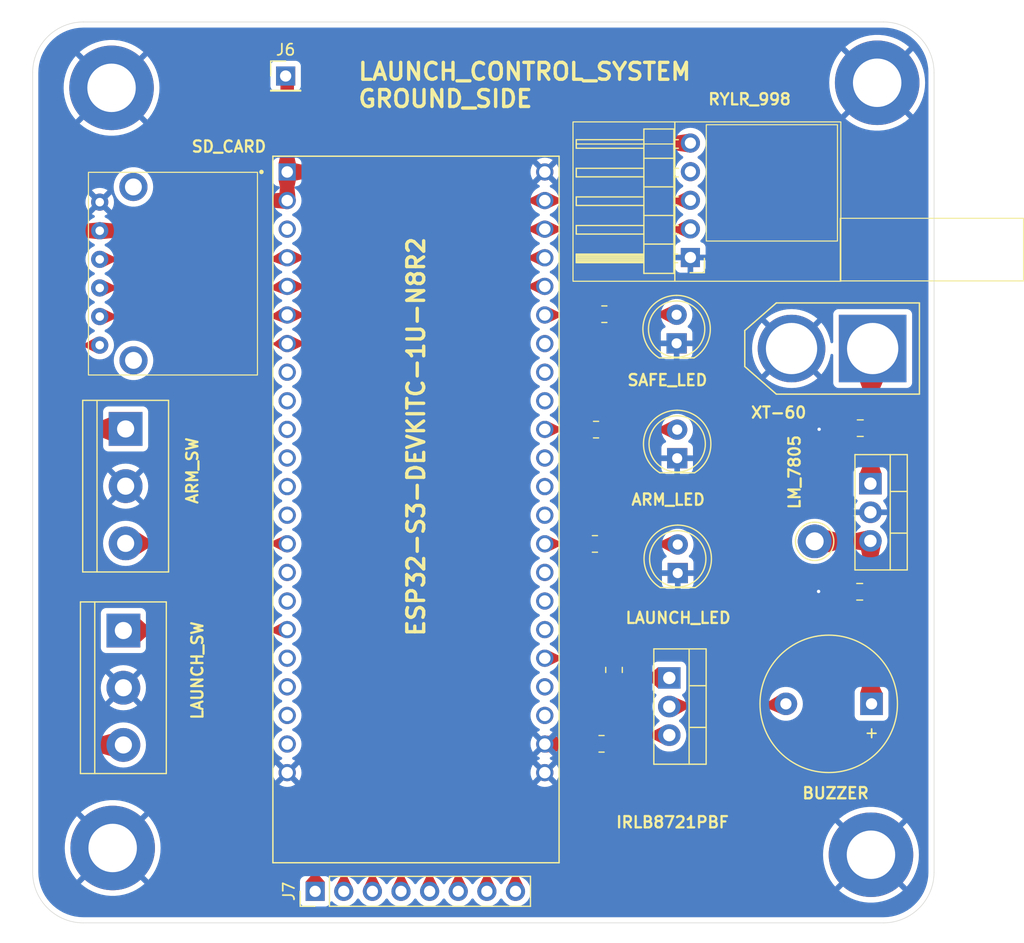
<source format=kicad_pcb>
(kicad_pcb (version 20240108) (generator "pcbnew") (generator_version "8.0")
  (layers (0 "F.Cu" signal) (31 "B.Cu" signal) (34 "B.Paste" user) (35 "F.Paste" user) (36 "B.SilkS" user "B.Silkscreen") (37 "F.SilkS" user "F.Silkscreen") (38 "B.Mask" user) (39 "F.Mask" user) (44 "Edge.Cuts" user))
  (net 0 "")
  (net 1 "Net-(BZ1--)")
  (net 2 "3.3V")
  (net 3 "Buzzer")
  (net 4 "Launch_Switch")
  (net 6 "GND")
  (net 7 "SCK")
  (net 8 "Arm_Switch")
  (net 9 "MISO_SD")
  (net 10 "CS_SD")
  (net 11 "MOSI_SD")
  (net 12 "5V")
  (net 13 "Arm_LED")
  (net 14 "Launch_LED")
  (net 15 "Safe_LED")
  (net 16 "TX")
  (net 17 "RX")
  (net 18 "VI")
  (net 19 "Net-(D1-A)")
  (net 20 "Net-(D2-A)")
  (net 21 "Net-(D3-A)")
  (net 28 "Net-(Q2-G)")
  (net 29 "Net-(Q2-S)")
  (net 44 "A2")
  (net 45 "A1")
  (footprint "TerminalBlock:TerminalBlock_bornier-3_P5.08mm" (layer "F.Cu") (at 112.95 85.29 -90)
    (property "Reference" "J2" (hide yes))
    (property "Value" "Screw_Terminal_01x03" (hide yes))
    (fp_line (start -2.54 3.81) (end 12.7 3.81) (stroke (width 0.12)) (layer "F.SilkS"))
    (fp_line (start -2.54 3.81) (end -2.54 -3.81) (stroke (width 0.12)) (layer "F.SilkS"))
    (fp_line (start 12.7 3.81) (end 12.7 -3.81) (stroke (width 0.12)) (layer "F.SilkS"))
    (fp_line (start -2.54 2.54) (end 12.7 2.54) (stroke (width 0.12)) (layer "F.SilkS"))
    (fp_line (start -2.54 -3.81) (end 12.7 -3.81) (stroke (width 0.12)) (layer "F.SilkS"))
    (pad "1" thru_hole rect (at 0 0 270) (size 3 3) (drill 1.52) (layers "*.Cu" "*.Mask") (net 2 "3.3V"))
    (pad "2" thru_hole circle (at 5.08 0 270) (size 3 3) (drill 1.52) (layers "*.Cu" "*.Mask") (net 6 "GND"))
    (pad "3" thru_hole circle (at 10.16 0 270) (size 3 3) (drill 1.52) (layers "*.Cu" "*.Mask") (net 8 "Arm_Switch"))
  )
  (footprint "ESP32-DEVKITC-S3-1U:XCVR_ESP32-S3-DEVKITC-1U-N8R2" (layer "F.Cu") (at 138.72 92.44)
    (property "Reference" "U5" (hide yes))
    (property "Value" "ESP32-S3-DEVKITC-1U-N8R2" (hide yes))
    (fp_line (start -12.7 -31.37) (end 12.7 -31.37) (stroke (width 0.127)) (layer "F.SilkS"))
    (fp_line (start -12.7 31.37) (end -12.7 -31.37) (stroke (width 0.127)) (layer "F.SilkS"))
    (fp_line (start 12.7 -31.37) (end 12.7 31.37) (stroke (width 0.127)) (layer "F.SilkS"))
    (fp_line (start 12.7 31.37) (end -12.7 31.37) (stroke (width 0.127)) (layer "F.SilkS"))
    (fp_circle (center -13.716 -29.972) (end -13.616 -29.972) (stroke (width 0.2)) (fill none) (layer "F.SilkS"))
    (pad "J1_1" thru_hole rect (at -11.43 -29.97) (size 1.53 1.53) (drill 1.02) (layers "*.Cu" "*.Mask") (net 2 "3.3V"))
    (pad "J1_2" thru_hole circle (at -11.43 -27.43) (size 1.53 1.53) (drill 1.02) (layers "*.Cu" "*.Mask") (net 2 "3.3V"))
    (pad "J1_3" thru_hole circle (at -11.43 -24.89) (size 1.53 1.53) (drill 1.02) (layers "*.Cu" "*.Mask"))
    (pad "J1_4" thru_hole circle (at -11.43 -22.35) (size 1.53 1.53) (drill 1.02) (layers "*.Cu" "*.Mask") (net 9 "MISO_SD"))
    (pad "J1_5" thru_hole circle (at -11.43 -19.81) (size 1.53 1.53) (drill 1.02) (layers "*.Cu" "*.Mask") (net 11 "MOSI_SD"))
    (pad "J1_6" thru_hole circle (at -11.43 -17.27) (size 1.53 1.53) (drill 1.02) (layers "*.Cu" "*.Mask") (net 7 "SCK"))
    (pad "J1_7" thru_hole circle (at -11.43 -14.73) (size 1.53 1.53) (drill 1.02) (layers "*.Cu" "*.Mask") (net 10 "CS_SD"))
    (pad "J1_8" thru_hole circle (at -11.43 -12.19) (size 1.53 1.53) (drill 1.02) (layers "*.Cu" "*.Mask"))
    (pad "J1_9" thru_hole circle (at -11.43 -9.65) (size 1.53 1.53) (drill 1.02) (layers "*.Cu" "*.Mask"))
    (pad "J1_10" thru_hole circle (at -11.43 -7.11) (size 1.53 1.53) (drill 1.02) (layers "*.Cu" "*.Mask"))
    (pad "J1_11" thru_hole circle (at -11.43 -4.57) (size 1.53 1.53) (drill 1.02) (layers "*.Cu" "*.Mask"))
    (pad "J1_12" thru_hole circle (at -11.43 -2.03) (size 1.53 1.53) (drill 1.02) (layers "*.Cu" "*.Mask"))
    (pad "J1_13" thru_hole circle (at -11.43 0.51) (size 1.53 1.53) (drill 1.02) (layers "*.Cu" "*.Mask"))
    (pad "J1_14" thru_hole circle (at -11.43 3.05) (size 1.53 1.53) (drill 1.02) (layers "*.Cu" "*.Mask") (net 8 "Arm_Switch"))
    (pad "J1_15" thru_hole circle (at -11.43 5.59) (size 1.53 1.53) (drill 1.02) (layers "*.Cu" "*.Mask"))
    (pad "J1_16" thru_hole circle (at -11.43 8.13) (size 1.53 1.53) (drill 1.02) (layers "*.Cu" "*.Mask"))
    (pad "J1_17" thru_hole circle (at -11.43 10.67) (size 1.53 1.53) (drill 1.02) (layers "*.Cu" "*.Mask") (net 4 "Launch_Switch"))
    (pad "J1_18" thru_hole circle (at -11.43 13.21) (size 1.53 1.53) (drill 1.02) (layers "*.Cu" "*.Mask"))
    (pad "J1_19" thru_hole circle (at -11.43 15.75) (size 1.53 1.53) (drill 1.02) (layers "*.Cu" "*.Mask"))
    (pad "J1_20" thru_hole circle (at -11.43 18.29) (size 1.53 1.53) (drill 1.02) (layers "*.Cu" "*.Mask"))
    (pad "J1_21" thru_hole circle (at -11.43 20.83) (size 1.53 1.53) (drill 1.02) (layers "*.Cu" "*.Mask"))
    (pad "J1_22" thru_hole circle (at -11.43 23.37) (size 1.53 1.53) (drill 1.02) (layers "*.Cu" "*.Mask") (net 6 "GND"))
    (pad "J3_1" thru_hole circle (at 11.43 -29.97) (size 1.53 1.53) (drill 1.02) (layers "*.Cu" "*.Mask") (net 6 "GND"))
    (pad "J3_2" thru_hole circle (at 11.43 -27.43) (size 1.53 1.53) (drill 1.02) (layers "*.Cu" "*.Mask") (net 16 "TX"))
    (pad "J3_3" thru_hole circle (at 11.43 -24.89) (size 1.53 1.53) (drill 1.02) (layers "*.Cu" "*.Mask") (net 17 "RX"))
    (pad "J3_4" thru_hole circle (at 11.43 -22.35) (size 1.53 1.53) (drill 1.02) (layers "*.Cu" "*.Mask") (net 44 "A2"))
    (pad "J3_5" thru_hole circle (at 11.43 -19.81) (size 1.53 1.53) (drill 1.02) (layers "*.Cu" "*.Mask") (net 45 "A1"))
    (pad "J3_6" thru_hole circle (at 11.43 -17.27) (size 1.53 1.53) (drill 1.02) (layers "*.Cu" "*.Mask") (net 15 "Safe_LED"))
    (pad "J3_7" thru_hole circle (at 11.43 -14.73) (size 1.53 1.53) (drill 1.02) (layers "*.Cu" "*.Mask"))
    (pad "J3_8" thru_hole circle (at 11.43 -12.19) (size 1.53 1.53) (drill 1.02) (layers "*.Cu" "*.Mask"))
    (pad "J3_9" thru_hole circle (at 11.43 -9.65) (size 1.53 1.53) (drill 1.02) (layers "*.Cu" "*.Mask"))
    (pad "J3_10" thru_hole circle (at 11.43 -7.11) (size 1.53 1.53) (drill 1.02) (layers "*.Cu" "*.Mask") (net 13 "Arm_LED"))
    (pad "J3_11" thru_hole circle (at 11.43 -4.57) (size 1.53 1.53) (drill 1.02) (layers "*.Cu" "*.Mask"))
    (pad "J3_12" thru_hole circle (at 11.43 -2.03) (size 1.53 1.53) (drill 1.02) (layers "*.Cu" "*.Mask"))
    (pad "J3_13" thru_hole circle (at 11.43 0.51) (size 1.53 1.53) (drill 1.02) (layers "*.Cu" "*.Mask"))
    (pad "J3_14" thru_hole circle (at 11.43 3.05) (size 1.53 1.53) (drill 1.02) (layers "*.Cu" "*.Mask") (net 14 "Launch_LED"))
    (pad "J3_15" thru_hole circle (at 11.43 5.59) (size 1.53 1.53) (drill 1.02) (layers "*.Cu" "*.Mask"))
    (pad "J3_16" thru_hole circle (at 11.43 8.13) (size 1.53 1.53) (drill 1.02) (layers "*.Cu" "*.Mask"))
    (pad "J3_17" thru_hole circle (at 11.43 10.67) (size 1.53 1.53) (drill 1.02) (layers "*.Cu" "*.Mask"))
    (pad "J3_18" thru_hole circle (at 11.43 13.21) (size 1.53 1.53) (drill 1.02) (layers "*.Cu" "*.Mask") (net 3 "Buzzer"))
    (pad "J3_19" thru_hole circle (at 11.43 15.75) (size 1.53 1.53) (drill 1.02) (layers "*.Cu" "*.Mask"))
    (pad "J3_20" thru_hole circle (at 11.43 18.29) (size 1.53 1.53) (drill 1.02) (layers "*.Cu" "*.Mask"))
    (pad "J3_21" thru_hole circle (at 11.43 20.83) (size 1.53 1.53) (drill 1.02) (layers "*.Cu" "*.Mask") (net 6 "GND"))
    (pad "J3_22" thru_hole circle (at 11.43 23.37) (size 1.53 1.53) (drill 1.02) (layers "*.Cu" "*.Mask") (net 6 "GND"))
  )
  (footprint "Capacitor_SMD:C_0805_2012Metric" (layer "F.Cu") (at 178.15 85.22 180)
    (property "Reference" "C1" (hide yes))
    (property "Value" "0.33uF" (hide yes))
    (fp_line (start -0.261252 0.735) (end 0.261252 0.735) (stroke (width 0.12)) (layer "F.SilkS"))
    (fp_line (start -0.261252 -0.735) (end 0.261252 -0.735) (stroke (width 0.12)) (layer "F.SilkS"))
    (pad "1" smd roundrect (at -0.95 0 180) (size 1 1.45) (layers "F.Cu" "F.Paste" "F.Mask") (net 18 "VI"))
    (pad "2" smd roundrect (at 0.95 0 180) (size 1 1.45) (layers "F.Cu" "F.Paste" "F.Mask") (net 6 "GND"))
  )
  (footprint "TerminalBlock:TerminalBlock_bornier-3_P5.08mm" (layer "F.Cu") (at 112.75 103.19 -90)
    (property "Reference" "J3" (hide yes))
    (property "Value" "Screw_Terminal_01x03" (hide yes))
    (fp_line (start -2.54 3.81) (end 12.7 3.81) (stroke (width 0.12)) (layer "F.SilkS"))
    (fp_line (start -2.54 3.81) (end -2.54 -3.81) (stroke (width 0.12)) (layer "F.SilkS"))
    (fp_line (start 12.7 3.81) (end 12.7 -3.81) (stroke (width 0.12)) (layer "F.SilkS"))
    (fp_line (start -2.54 2.54) (end 12.7 2.54) (stroke (width 0.12)) (layer "F.SilkS"))
    (fp_line (start -2.54 -3.81) (end 12.7 -3.81) (stroke (width 0.12)) (layer "F.SilkS"))
    (pad "1" thru_hole rect (at 0 0 270) (size 3 3) (drill 1.52) (layers "*.Cu" "*.Mask") (net 4 "Launch_Switch"))
    (pad "2" thru_hole circle (at 5.08 0 270) (size 3 3) (drill 1.52) (layers "*.Cu" "*.Mask") (net 6 "GND"))
    (pad "3" thru_hole circle (at 10.16 0 270) (size 3 3) (drill 1.52) (layers "*.Cu" "*.Mask") (net 2 "3.3V"))
  )
  (footprint "Resistor_SMD:R_0805_2012Metric" (layer "F.Cu") (at 154.6 95.5)
    (property "Reference" "R3" (hide yes))
    (property "Value" "330")
    (fp_line (start -0.227064 -0.735) (end 0.227064 -0.735) (stroke (width 0.12)) (layer "F.SilkS"))
    (fp_line (start -0.227064 0.735) (end 0.227064 0.735) (stroke (width 0.12)) (layer "F.SilkS"))
    (pad "1" smd roundrect (at -0.9125 0) (size 1.025 1.4) (layers "F.Cu" "F.Paste" "F.Mask") (roundrect_rratio 0.243902) (net 14 "Launch_LED"))
    (pad "2" smd roundrect (at 0.9125 0) (size 1.025 1.4) (layers "F.Cu" "F.Paste" "F.Mask") (roundrect_rratio 0.243902) (net 21 "Net-(D3-A)"))
  )
  (footprint "MountingHole:MountingHole_4.3mm_M4_DIN965_Pad" (layer "F.Cu") (at 111.8 122.5)
    (property "Reference" "H3" (hide yes))
    (property "Value" "MountingHole_Pad" (hide yes))
    (pad "1" thru_hole circle (at 0 0) (size 7.5 7.5) (drill 4.3) (layers "*.Cu" "*.Mask") (net 6 "GND"))
  )
  (footprint "Package_TO_SOT_THT:TO-220-3_Vertical" (layer "F.Cu") (at 179.05 90.15 -90)
    (property "Reference" "U1" (hide yes))
    (property "Value" "LM7805_TO220" (hide yes))
    (fp_line (start -2.58 1.371) (end 7.66 1.371) (stroke (width 0.12)) (layer "F.SilkS"))
    (fp_line (start -2.58 -1.76) (end 7.66 -1.76) (stroke (width 0.12)) (layer "F.SilkS"))
    (fp_line (start -2.58 -3.27) (end -2.58 1.371) (stroke (width 0.12)) (layer "F.SilkS"))
    (fp_line (start -2.58 -3.27) (end 7.66 -3.27) (stroke (width 0.12)) (layer "F.SilkS"))
    (fp_line (start 0.69 -3.27) (end 0.69 -1.76) (stroke (width 0.12)) (layer "F.SilkS"))
    (fp_line (start 4.391 -3.27) (end 4.391 -1.76) (stroke (width 0.12)) (layer "F.SilkS"))
    (fp_line (start 7.66 -3.27) (end 7.66 1.371) (stroke (width 0.12)) (layer "F.SilkS"))
    (pad "1" thru_hole rect (at 0 0 270) (size 1.905 2) (drill 1.1) (layers "*.Cu" "*.Mask") (net 18 "VI"))
    (pad "2" thru_hole oval (at 2.54 0 270) (size 1.905 2) (drill 1.1) (layers "*.Cu" "*.Mask") (net 6 "GND"))
    (pad "3" thru_hole oval (at 5.08 0 270) (size 1.905 2) (drill 1.1) (layers "*.Cu" "*.Mask") (net 12 "5V"))
  )
  (footprint "Resistor_SMD:R_0805_2012Metric" (layer "F.Cu") (at 156.295 106.6875 -90)
    (property "Reference" "R1" (hide yes))
    (property "Value" "100")
    (fp_line (start -0.227064 0.735) (end 0.227064 0.735) (stroke (width 0.12)) (layer "F.SilkS"))
    (fp_line (start -0.227064 -0.735) (end 0.227064 -0.735) (stroke (width 0.12)) (layer "F.SilkS"))
    (pad "1" smd roundrect (at -0.9125 0 270) (size 1.025 1.4) (layers "F.Cu" "F.Paste" "F.Mask") (roundrect_rratio 0.243902) (net 3 "Buzzer"))
    (pad "2" smd roundrect (at 0.9125 0 270) (size 1.025 1.4) (layers "F.Cu" "F.Paste" "F.Mask") (roundrect_rratio 0.243902) (net 28 "Net-(Q2-G)"))
  )
  (footprint "SD_Crd_Library:SD card reader 2" (layer "F.Cu") (at 117.15 71.5)
    (property "Reference" "U4" (hide yes))
    (property "Value" "~" (hide yes))
    (fp_rect (start -7.5 -9) (end 7.5 9) (stroke (width 0.1)) (fill none) (layer "F.SilkS"))
    (pad "" np_thru_hole circle (at -3.51 -7.7) (size 2.5 2.5) (drill 1.5) (layers "F&B.Cu" "*.Mask"))
    (pad "" np_thru_hole circle (at -3.5 7.7) (size 2.5 2.5) (drill 1.5) (layers "F&B.Cu" "*.Mask"))
    (pad "1" thru_hole circle (at -6.5 -6.35) (size 1.524 1.524) (drill 0.762) (layers "*.Cu" "*.Mask") (net 6 "GND"))
    (pad "2" thru_hole circle (at -6.5 -3.81) (size 1.524 1.524) (drill 0.762) (layers "*.Cu" "*.Mask") (net 2 "3.3V"))
    (pad "3" thru_hole circle (at -6.5 -1.27) (size 1.524 1.524) (drill 0.762) (layers "*.Cu" "*.Mask") (net 9 "MISO_SD"))
    (pad "4" thru_hole circle (at -6.5 1.27) (size 1.524 1.524) (drill 0.762) (layers "*.Cu" "*.Mask") (net 11 "MOSI_SD"))
    (pad "5" thru_hole circle (at -6.5 3.81) (size 1.524 1.524) (drill 0.762) (layers "*.Cu" "*.Mask") (net 7 "SCK"))
    (pad "6" thru_hole circle (at -6.5 6.35) (size 1.524 1.524) (drill 0.762) (layers "*.Cu" "*.Mask") (net 10 "CS_SD"))
  )
  (footprint "Connector_PinHeader_2.54mm:PinHeader_1x01_P2.54mm_Vertical" (layer "F.Cu") (at 127.15 53.95)
    (property "Reference" "J6" (at 0 -2.33 0) (layer "F.SilkS"))
    (property "Value" "Conn_01x01_Pin" (hide yes))
    (fp_line (start -1.33 -1.33) (end 0 -1.33) (stroke (width 0.12)) (layer "F.SilkS"))
    (fp_line (start -1.33 0) (end -1.33 -1.33) (stroke (width 0.12)) (layer "F.SilkS"))
    (fp_line (start -1.33 1.27) (end -1.33 1.33) (stroke (width 0.12)) (layer "F.SilkS"))
    (fp_line (start -1.33 1.27) (end 1.33 1.27) (stroke (width 0.12)) (layer "F.SilkS"))
    (fp_line (start -1.33 1.33) (end 1.33 1.33) (stroke (width 0.12)) (layer "F.SilkS"))
    (fp_line (start 1.33 1.27) (end 1.33 1.33) (stroke (width 0.12)) (layer "F.SilkS"))
    (pad "1" thru_hole rect (at 0 0) (size 1.7 1.7) (drill 1) (layers "*.Cu" "*.Mask") (net 2 "3.3V"))
  )
  (footprint "MountingHole:MountingHole_4.3mm_M4_DIN965_Pad" (layer "F.Cu") (at 179.1 123.1)
    (property "Reference" "H4" (hide yes))
    (property "Value" "MountingHole_Pad" (hide yes))
    (pad "1" thru_hole circle (at 0 0) (size 7.5 7.5) (drill 4.3) (layers "*.Cu" "*.Mask") (net 6 "GND"))
  )
  (footprint "Package_TO_SOT_THT:TO-220-3_Vertical" (layer "F.Cu") (at 161.2 107.4 -90)
    (property "Reference" "Q2" (hide yes))
    (property "Value" "IRLB8721PBF" (hide yes))
    (fp_line (start -2.58 1.371) (end 7.66 1.371) (stroke (width 0.12)) (layer "F.SilkS"))
    (fp_line (start -2.58 -1.76) (end 7.66 -1.76) (stroke (width 0.12)) (layer "F.SilkS"))
    (fp_line (start -2.58 -3.27) (end -2.58 1.371) (stroke (width 0.12)) (layer "F.SilkS"))
    (fp_line (start -2.58 -3.27) (end 7.66 -3.27) (stroke (width 0.12)) (layer "F.SilkS"))
    (fp_line (start 0.69 -3.27) (end 0.69 -1.76) (stroke (width 0.12)) (layer "F.SilkS"))
    (fp_line (start 4.391 -3.27) (end 4.391 -1.76) (stroke (width 0.12)) (layer "F.SilkS"))
    (fp_line (start 7.66 -3.27) (end 7.66 1.371) (stroke (width 0.12)) (layer "F.SilkS"))
    (pad "1" thru_hole rect (at 0 0 270) (size 1.905 2) (drill 1.1) (layers "*.Cu" "*.Mask") (net 28 "Net-(Q2-G)"))
    (pad "2" thru_hole oval (at 2.54 0 270) (size 1.905 2) (drill 1.1) (layers "*.Cu" "*.Mask") (net 1 "Net-(BZ1--)"))
    (pad "3" thru_hole oval (at 5.08 0 270) (size 1.905 2) (drill 1.1) (layers "*.Cu" "*.Mask") (net 29 "Net-(Q2-S)"))
  )
  (footprint "TestPoint:TestPoint_Loop_D2.60mm_Drill1.6mm_Beaded" (layer "F.Cu") (at 174.1 95.27)
    (property "Reference" "TP1" (hide yes))
    (property "Value" "TestPoint" (hide yes))
    (fp_circle (center 0 0) (end 1.7 0) (stroke (width 0.12)) (fill none) (layer "F.SilkS"))
    (pad "1" thru_hole circle (at 0 0) (size 3 3) (drill 1.6) (layers "*.Cu" "*.Mask") (net 12 "5V"))
  )
  (footprint "Launch_Control_System_Library:RYLR_998_SKT" (layer "F.Cu") (at 167.575 63.985)
    (property "Reference" "U2" (hide yes))
    (property "Value" "~" (hide yes))
    (fp_line (start -14.63 -4.38) (end -8.63 -4.38) (stroke (width 0.12)) (layer "F.SilkS"))
    (fp_line (start -14.63 -4) (end -5.97 -4) (stroke (width 0.1)) (layer "F.SilkS"))
    (fp_line (start -14.63 -3.62) (end -14.63 -4.38) (stroke (width 0.12)) (layer "F.SilkS"))
    (fp_line (start -14.63 -1.84) (end -8.63 -1.84) (stroke (width 0.12)) (layer "F.SilkS"))
    (fp_line (start -14.63 -1.08) (end -14.63 -1.84) (stroke (width 0.12)) (layer "F.SilkS"))
    (fp_line (start -14.63 0.7) (end -8.63 0.7) (stroke (width 0.12)) (layer "F.SilkS"))
    (fp_line (start -14.63 1.46) (end -14.63 0.7) (stroke (width 0.12)) (layer "F.SilkS"))
    (fp_line (start -14.63 3.24) (end -8.63 3.24) (stroke (width 0.12)) (layer "F.SilkS"))
    (fp_line (start -14.63 4) (end -14.63 3.24) (stroke (width 0.12)) (layer "F.SilkS"))
    (fp_line (start -14.63 5.78) (end -8.63 5.78) (stroke (width 0.12)) (layer "F.SilkS"))
    (fp_line (start -14.63 6.54) (end -14.63 5.78) (stroke (width 0.12)) (layer "F.SilkS"))
    (fp_line (start -8.63 -5.33) (end -8.63 7.49) (stroke (width 0.12)) (layer "F.SilkS"))
    (fp_line (start -8.63 -3.62) (end -14.63 -3.62) (stroke (width 0.12)) (layer "F.SilkS"))
    (fp_line (start -8.63 -1.08) (end -14.63 -1.08) (stroke (width 0.12)) (layer "F.SilkS"))
    (fp_line (start -8.63 1.46) (end -14.63 1.46) (stroke (width 0.12)) (layer "F.SilkS"))
    (fp_line (start -8.63 4) (end -14.63 4) (stroke (width 0.12)) (layer "F.SilkS"))
    (fp_line (start -8.63 5.88) (end -14.63 5.88) (stroke (width 0.12)) (layer "F.SilkS"))
    (fp_line (start -8.63 6) (end -14.63 6) (stroke (width 0.12)) (layer "F.SilkS"))
    (fp_line (start -8.63 6.12) (end -14.63 6.12) (stroke (width 0.12)) (layer "F.SilkS"))
    (fp_line (start -8.63 6.24) (end -14.63 6.24) (stroke (width 0.12)) (layer "F.SilkS"))
    (fp_line (start -8.63 6.36) (end -14.63 6.36) (stroke (width 0.12)) (layer "F.SilkS"))
    (fp_line (start -8.63 6.48) (end -14.63 6.48) (stroke (width 0.12)) (layer "F.SilkS"))
    (fp_line (start -8.63 6.54) (end -14.63 6.54) (stroke (width 0.12)) (layer "F.SilkS"))
    (fp_line (start -8.63 7.49) (end -5.97 7.49) (stroke (width 0.12)) (layer "F.SilkS"))
    (fp_line (start -5.97 -5.33) (end -8.63 -5.33) (stroke (width 0.12)) (layer "F.SilkS"))
    (fp_line (start -5.97 -2.73) (end -8.63 -2.73) (stroke (width 0.12)) (layer "F.SilkS"))
    (fp_line (start -5.97 -0.19) (end -8.63 -0.19) (stroke (width 0.12)) (layer "F.SilkS"))
    (fp_line (start -5.97 2.35) (end -8.63 2.35) (stroke (width 0.12)) (layer "F.SilkS"))
    (fp_line (start -5.97 4.89) (end -8.63 4.89) (stroke (width 0.12)) (layer "F.SilkS"))
    (fp_line (start -5.97 7.49) (end -5.97 -5.33) (stroke (width 0.12)) (layer "F.SilkS"))
    (fp_line (start -5.64 5.78) (end -5.97 5.78) (stroke (width 0.12)) (layer "F.SilkS"))
    (fp_line (start -5.64 6.54) (end -5.97 6.54) (stroke (width 0.12)) (layer "F.SilkS"))
    (fp_line (start -5.572929 -4.38) (end -5.97 -4.38) (stroke (width 0.12)) (layer "F.SilkS"))
    (fp_line (start -5.572929 -3.62) (end -5.97 -3.62) (stroke (width 0.12)) (layer "F.SilkS"))
    (fp_line (start -5.572929 -1.84) (end -5.97 -1.84) (stroke (width 0.12)) (layer "F.SilkS"))
    (fp_line (start -5.572929 -1.08) (end -5.97 -1.08) (stroke (width 0.12)) (layer "F.SilkS"))
    (fp_line (start -5.572929 0.7) (end -5.97 0.7) (stroke (width 0.12)) (layer "F.SilkS"))
    (fp_line (start -5.572929 1.46) (end -5.97 1.46) (stroke (width 0.12)) (layer "F.SilkS"))
    (fp_line (start -5.572929 3.24) (end -5.97 3.24) (stroke (width 0.12)) (layer "F.SilkS"))
    (fp_line (start -5.572929 4) (end -5.97 4) (stroke (width 0.12)) (layer "F.SilkS"))
    (fp_line (start -3.26 6.16) (end -3.26 7.43) (stroke (width 0.12)) (layer "F.SilkS"))
    (fp_line (start -3.26 7.43) (end -4.53 7.43) (stroke (width 0.12)) (layer "F.SilkS"))
    (fp_rect (start -14.92 -5.96) (end -5.88 8.19) (stroke (width 0.1)) (fill none) (layer "F.SilkS"))
    (fp_rect (start -5.88 -5.96) (end 8.85 8.19) (stroke (width 0.1)) (fill none) (layer "F.SilkS"))
    (fp_rect (start -3.09 -5.71) (end 8.55 4.62) (stroke (width 0.1)) (fill none) (layer "F.SilkS"))
    (fp_rect (start 8.8 2.6) (end 25.07 8.16) (stroke (width 0.1)) (fill none) (layer "F.SilkS"))
    (pad "1" thru_hole oval (at -4.5 -4.08 180) (size 1.7 1.7) (drill 1) (layers "*.Cu" "*.Mask") (net 2 "3.3V"))
    (pad "2" thru_hole oval (at -4.5 -1.54 180) (size 1.7 1.7) (drill 1) (layers "*.Cu" "*.Mask"))
    (pad "3" thru_hole oval (at -4.5 1 180) (size 1.7 1.7) (drill 1) (layers "*.Cu" "*.Mask") (net 16 "TX"))
    (pad "4" thru_hole oval (at -4.5 3.54 180) (size 1.7 1.7) (drill 1) (layers "*.Cu" "*.Mask") (net 17 "RX"))
    (pad "5" thru_hole rect (at -4.5 6.08 180) (size 1.7 1.7) (drill 1) (layers "*.Cu" "*.Mask") (net 6 "GND"))
  )
  (footprint "Resistor_SMD:R_0805_2012Metric" (layer "F.Cu") (at 155.1875 113.25)
    (property "Reference" "R5" (hide yes))
    (property "Value" "10K")
    (fp_line (start -0.227064 -0.735) (end 0.227064 -0.735) (stroke (width 0.12)) (layer "F.SilkS"))
    (fp_line (start -0.227064 0.735) (end 0.227064 0.735) (stroke (width 0.12)) (layer "F.SilkS"))
    (pad "1" smd roundrect (at -0.9125 0) (size 1.025 1.4) (layers "F.Cu" "F.Paste" "F.Mask") (roundrect_rratio 0.243902) (net 6 "GND"))
    (pad "2" smd roundrect (at 0.9125 0) (size 1.025 1.4) (layers "F.Cu" "F.Paste" "F.Mask") (roundrect_rratio 0.243902) (net 29 "Net-(Q2-S)"))
  )
  (footprint "MountingHole:MountingHole_4.3mm_M4_DIN965_Pad" (layer "F.Cu") (at 111.7 55)
    (property "Reference" "H1" (hide yes))
    (property "Value" "MountingHole_Pad" (hide yes))
    (pad "1" thru_hole circle (at 0 0) (size 7.5 7.5) (drill 4.3) (layers "*.Cu" "*.Mask") (net 6 "GND"))
  )
  (footprint "Buzzer_Beeper:Buzzer_12x9.5RM7.6" (layer "F.Cu") (at 179.15 109.7 180)
    (property "Reference" "BZ1" (hide yes))
    (property "Value" "Buzzer" (hide yes))
    (fp_circle (center 3.8 0) (end 9.9 0) (stroke (width 0.12)) (fill none) (layer "F.SilkS"))
    (fp_text user "+" (at -0.01 -2.54 180) (layer "F.SilkS"))
    (pad "1" thru_hole rect (at 0 0 180) (size 2 2) (drill 1) (layers "*.Cu" "*.Mask") (net 12 "5V"))
    (pad "2" thru_hole circle (at 7.6 0 180) (size 2 2) (drill 1) (layers "*.Cu" "*.Mask") (net 1 "Net-(BZ1--)"))
  )
  (footprint "XT60-M:AMASS_XT60-M" (layer "F.Cu") (at 175.65 78.15 180)
    (property "Reference" "J4" (hide yes))
    (property "Value" "XT60-M" (hide yes))
    (fp_line (start 7.75 1.6) (end 4.95 4.05) (stroke (width 0.127)) (layer "F.SilkS"))
    (fp_line (start 7.75 -1.6) (end 7.75 1.6) (stroke (width 0.127)) (layer "F.SilkS"))
    (fp_line (start 4.95 4.05) (end -7.75 4.05) (stroke (width 0.127)) (layer "F.SilkS"))
    (fp_line (start 4.95 -4.05) (end 7.75 -1.6) (stroke (width 0.127)) (layer "F.SilkS"))
    (fp_line (start -7.75 4.05) (end -7.75 -4.05) (stroke (width 0.127)) (layer "F.SilkS"))
    (fp_line (start -7.75 -4.05) (end 4.95 -4.05) (stroke (width 0.127)) (layer "F.SilkS"))
    (pad "N" thru_hole circle (at 3.6 0 180) (size 6 6) (drill 4.55) (layers "*.Cu" "*.Mask") (net 6 "GND"))
    (pad "P" thru_hole rect (at -3.6 0 180) (size 6 6) (drill 4.55) (layers "*.Cu" "*.Mask") (net 18 "VI"))
  )
  (footprint "Resistor_SMD:R_0805_2012Metric" (layer "F.Cu") (at 154.7 85.35)
    (property "Reference" "R2" (hide yes))
    (property "Value" "330")
    (fp_line (start -0.227064 -0.735) (end 0.227064 -0.735) (stroke (width 0.12)) (layer "F.SilkS"))
    (fp_line (start -0.227064 0.735) (end 0.227064 0.735) (stroke (width 0.12)) (layer "F.SilkS"))
    (pad "1" smd roundrect (at -0.9125 0) (size 1.025 1.4) (layers "F.Cu" "F.Paste" "F.Mask") (roundrect_rratio 0.243902) (net 13 "Arm_LED"))
    (pad "2" smd roundrect (at 0.9125 0) (size 1.025 1.4) (layers "F.Cu" "F.Paste" "F.Mask") (roundrect_rratio 0.243902) (net 20 "Net-(D2-A)"))
  )
  (footprint "Capacitor_SMD:C_0805_2012Metric" (layer "F.Cu") (at 178.1 99.75 180)
    (property "Reference" "C2" (hide yes))
    (property "Value" "0.1uF" (hide yes))
    (fp_line (start -0.261252 0.735) (end 0.261252 0.735) (stroke (width 0.12)) (layer "F.SilkS"))
    (fp_line (start -0.261252 -0.735) (end 0.261252 -0.735) (stroke (width 0.12)) (layer "F.SilkS"))
    (pad "1" smd roundrect (at -0.95 0 180) (size 1 1.45) (layers "F.Cu" "F.Paste" "F.Mask") (net 12 "5V"))
    (pad "2" smd roundrect (at 0.95 0 180) (size 1 1.45) (layers "F.Cu" "F.Paste" "F.Mask") (net 6 "GND"))
  )
  (footprint "LED_THT:LED_D5.0mm" (layer "F.Cu") (at 161.9 87.89 90)
    (property "Reference" "D2" (hide yes))
    (property "Value" "Arm_LED" (hide yes))
    (fp_line (start -1.29 -1.545) (end -1.29 1.545) (stroke (width 0.12)) (layer "F.SilkS"))
    (fp_arc (start -1.29 -1.54483) (mid 2.071756 -2.880501) (end 4.26 -0.000048) (stroke (width 0.12)) (layer "F.SilkS"))
    (fp_arc (start 4.26 0.000048) (mid 2.071756 2.880501) (end -1.29 1.54483) (stroke (width 0.12)) (layer "F.SilkS"))
    (fp_circle (center 1.27 0) (end 3.77 0) (stroke (width 0.12)) (fill none) (layer "F.SilkS"))
    (pad "1" thru_hole rect (at 0 0 90) (size 1.8 1.8) (drill 0.9) (layers "*.Cu" "*.Mask") (net 6 "GND"))
    (pad "2" thru_hole circle (at 2.54 0 90) (size 1.8 1.8) (drill 0.9) (layers "*.Cu" "*.Mask") (net 20 "Net-(D2-A)"))
  )
  (footprint "Resistor_SMD:R_0805_2012Metric" (layer "F.Cu") (at 155.4375 75.1)
    (property "Reference" "R4" (hide yes))
    (property "Value" "330" (hide yes))
    (fp_line (start -0.227064 -0.735) (end 0.227064 -0.735) (stroke (width 0.12)) (layer "F.SilkS"))
    (fp_line (start -0.227064 0.735) (end 0.227064 0.735) (stroke (width 0.12)) (layer "F.SilkS"))
    (pad "1" smd roundrect (at -0.9125 0) (size 1.025 1.4) (layers "F.Cu" "F.Paste" "F.Mask") (roundrect_rratio 0.243902) (net 15 "Safe_LED"))
    (pad "2" smd roundrect (at 0.9125 0) (size 1.025 1.4) (layers "F.Cu" "F.Paste" "F.Mask") (roundrect_rratio 0.243902) (net 19 "Net-(D1-A)"))
  )
  (footprint "MountingHole:MountingHole_4.3mm_M4_DIN965_Pad" (layer "F.Cu") (at 179.65 54.55)
    (property "Reference" "H2" (hide yes))
    (property "Value" "MountingHole_Pad" (hide yes))
    (pad "1" thru_hole circle (at 0 0) (size 7.5 7.5) (drill 4.3) (layers "*.Cu" "*.Mask") (net 6 "GND"))
  )
  (footprint "Connector_PinHeader_2.54mm:PinHeader_1x08_P2.54mm_Vertical" (layer "F.Cu") (at 129.77 126.35 90)
    (property "Reference" "J7" (at 0 -2.33 90) (layer "F.SilkS"))
    (property "Value" "Conn_01x08_Pin" (hide yes))
    (fp_line (start -1.33 -1.33) (end 0 -1.33) (stroke (width 0.12)) (layer "F.SilkS"))
    (fp_line (start -1.33 0) (end -1.33 -1.33) (stroke (width 0.12)) (layer "F.SilkS"))
    (fp_line (start 1.33 1.27) (end 1.33 19.11) (stroke (width 0.12)) (layer "F.SilkS"))
    (fp_line (start -1.33 1.27) (end 1.33 1.27) (stroke (width 0.12)) (layer "F.SilkS"))
    (fp_line (start -1.33 1.27) (end -1.33 19.11) (stroke (width 0.12)) (layer "F.SilkS"))
    (fp_line (start -1.33 19.11) (end 1.33 19.11) (stroke (width 0.12)) (layer "F.SilkS"))
    (pad "1" thru_hole rect (at 0 0 90) (size 1.7 1.7) (drill 1) (layers "*.Cu" "*.Mask") (net 10 "CS_SD"))
    (pad "2" thru_hole oval (at 0 2.54 90) (size 1.7 1.7) (drill 1) (layers "*.Cu" "*.Mask") (net 7 "SCK"))
    (pad "3" thru_hole oval (at 0 5.08 90) (size 1.7 1.7) (drill 1) (layers "*.Cu" "*.Mask") (net 11 "MOSI_SD"))
    (pad "4" thru_hole oval (at 0 7.62 90) (size 1.7 1.7) (drill 1) (layers "*.Cu" "*.Mask") (net 9 "MISO_SD"))
    (pad "5" thru_hole oval (at 0 10.16 90) (size 1.7 1.7) (drill 1) (layers "*.Cu" "*.Mask") (net 16 "TX"))
    (pad "6" thru_hole oval (at 0 12.7 90) (size 1.7 1.7) (drill 1) (layers "*.Cu" "*.Mask") (net 17 "RX"))
    (pad "7" thru_hole oval (at 0 15.24 90) (size 1.7 1.7) (drill 1) (layers "*.Cu" "*.Mask") (net 44 "A2"))
    (pad "8" thru_hole oval (at 0 17.78 90) (size 1.7 1.7) (drill 1) (layers "*.Cu" "*.Mask") (net 45 "A1"))
  )
  (footprint "LED_THT:LED_D5.0mm" (layer "F.Cu") (at 161.95 98.09 90)
    (property "Reference" "D3" (hide yes))
    (property "Value" "Launch_LED" (hide yes))
    (fp_line (start -1.29 -1.545) (end -1.29 1.545) (stroke (width 0.12)) (layer "F.SilkS"))
    (fp_arc (start -1.29 -1.54483) (mid 2.071756 -2.880501) (end 4.26 -0.000048) (stroke (width 0.12)) (layer "F.SilkS"))
    (fp_arc (start 4.26 0.000048) (mid 2.071756 2.880501) (end -1.29 1.54483) (stroke (width 0.12)) (layer "F.SilkS"))
    (fp_circle (center 1.27 0) (end 3.77 0) (stroke (width 0.12)) (fill none) (layer "F.SilkS"))
    (pad "1" thru_hole rect (at 0 0 90) (size 1.8 1.8) (drill 0.9) (layers "*.Cu" "*.Mask") (net 6 "GND"))
    (pad "2" thru_hole circle (at 2.54 0 90) (size 1.8 1.8) (drill 0.9) (layers "*.Cu" "*.Mask") (net 21 "Net-(D3-A)"))
  )
  (footprint "LED_THT:LED_D5.0mm" (layer "F.Cu") (at 161.85 77.69 90)
    (property "Reference" "D1" (hide yes))
    (property "Value" "Safe_LED" (hide yes))
    (fp_line (start -1.29 -1.545) (end -1.29 1.545) (stroke (width 0.12)) (layer "F.SilkS"))
    (fp_arc (start -1.29 -1.54483) (mid 2.071756 -2.880501) (end 4.26 -0.000048) (stroke (width 0.12)) (layer "F.SilkS"))
    (fp_arc (start 4.26 0.000048) (mid 2.071756 2.880501) (end -1.29 1.54483) (stroke (width 0.12)) (layer "F.SilkS"))
    (fp_circle (center 1.27 0) (end 3.77 0) (stroke (width 0.12)) (fill none) (layer "F.SilkS"))
    (pad "1" thru_hole rect (at 0 0 90) (size 1.8 1.8) (drill 0.9) (layers "*.Cu" "*.Mask") (net 6 "GND"))
    (pad "2" thru_hole circle (at 2.54 0 90) (size 1.8 1.8) (drill 0.9) (layers "*.Cu" "*.Mask") (net 19 "Net-(D1-A)"))
  )
  (gr_arc (start 180.2 49.15) (mid 183.381981 50.468019) (end 184.7 53.65) (stroke (width 0.05)) (layer "Edge.Cuts"))
  (gr_arc (start 184.7 124.65) (mid 183.381981 127.831981) (end 180.2 129.15) (stroke (width 0.05)) (layer "Edge.Cuts"))
  (gr_line (start 104.7 124.65) (end 104.7 53.65) (stroke (width 0.05)) (layer "Edge.Cuts"))
  (gr_arc (start 109.2 129.15) (mid 106.018019 127.831981) (end 104.7 124.65) (stroke (width 0.05)) (layer "Edge.Cuts"))
  (gr_line (start 184.7 53.65) (end 184.7 124.65) (stroke (width 0.05)) (layer "Edge.Cuts"))
  (gr_line (start 109.2 49.15) (end 180.2 49.15) (stroke (width 0.05)) (layer "Edge.Cuts"))
  (gr_line (start 180.2 129.15) (end 109.2 129.15) (stroke (width 0.05)) (layer "Edge.Cuts"))
  (gr_arc (start 104.7 53.65) (mid 106.018019 50.468019) (end 109.2 49.15) (stroke (width 0.05)) (layer "Edge.Cuts"))
  (gr_text "XT-60" (at 168.35 84.42 0) (layer "F.SilkS") (effects (font (size 1 1) (thickness 0.2) (bold yes)) (justify left bottom)))
  (gr_text "RYLR_998" (at 164.55 56.6 0) (layer "F.SilkS") (effects (font (size 1 1) (thickness 0.2) (bold yes)) (justify left bottom)))
  (gr_text "SAFE_LED" (at 157.375 81.54 0) (layer "F.SilkS") (effects (font (size 1 1) (thickness 0.2) (bold yes)) (justify left bottom)))
  (gr_text "BUZZER" (at 172.9 118.22 0) (layer "F.SilkS") (effects (font (size 1 1) (thickness 0.2) (bold yes)) (justify left bottom)))
  (gr_text "ARM_LED" (at 157.732405 92.1525 0) (layer "F.SilkS") (effects (font (size 1 1) (thickness 0.2) (bold yes)) (justify left bottom)))
  (gr_text "LAUNCH_SW" (at 119.9 111.2 90) (layer "F.SilkS") (effects (font (size 1 1) (thickness 0.2) (bold yes)) (justify left bottom)))
  (gr_text "LAUNCH_LED" (at 157.211 102.65 0) (layer "F.SilkS") (effects (font (size 1 1) (thickness 0.2) (bold yes)) (justify left bottom)))
  (gr_text "ESP32-S3-DEVKITC-1U-N8R2" (at 139.6 103.85 90) (layer "F.SilkS") (effects (font (size 1.5 1.5) (thickness 0.3) (bold yes)) (justify left bottom)))
  (gr_text "SD_CARD" (at 118.7 60.8 0) (layer "F.SilkS") (effects (font (size 1 1) (thickness 0.2) (bold yes)) (justify left bottom)))
  (gr_text "IRLB8721PBF" (at 156.375 120.8 0) (layer "F.SilkS") (effects (font (size 1 1) (thickness 0.2) (bold yes)) (justify left bottom)))
  (gr_text "ARM_SW" (at 119.45 92.05 90) (layer "F.SilkS") (effects (font (size 1 1) (thickness 0.2) (bold yes)) (justify left bottom)))
  (gr_text "LM_7805" (at 172.9 92.52 90) (layer "F.SilkS") (effects (font (size 1 1) (thickness 0.2) (bold yes)) (justify left bottom)))
  (gr_text "LAUNCH_CONTROL_SYSTEM\nGROUND_SIDE" (at 133.45 56.85 0) (layer "F.SilkS") (effects (font (size 1.5 1.5) (thickness 0.3) (bold yes)) (justify left bottom)))
  (segment (start 161.29 109.85) (end 171.4 109.85) (width 0.2) (layer "F.Cu") (net 1))
  (segment (start 171.4 109.85) (end 171.55 109.7) (width 0.2) (layer "F.Cu") (net 1))
  (segment (start 161.2 109.94) (end 161.29 109.85) (width 0.2) (layer "F.Cu") (net 1))
  (segment (start 127.29 62.47) (end 127.29 54.09) (width 1.2) (layer "F.Cu") (net 2))
  (segment (start 107.2 86.55) (end 107.2 111.35) (width 1.2) (layer "F.Cu") (net 2))
  (segment (start 107.2 84.2) (end 108.29 85.29) (width 1.2) (layer "F.Cu") (net 2))
  (segment (start 108.29 85.29) (end 112.95 85.29) (width 1.2) (layer "F.Cu") (net 2))
  (segment (start 118.05 67.7) (end 118.04 67.69) (width 1.2) (layer "F.Cu") (net 2))
  (segment (start 138.28 62.47) (end 127.29 62.47) (width 1.2) (layer "F.Cu") (net 2))
  (segment (start 108.85 113.35) (end 112.75 113.35) (width 1.2) (layer "F.Cu") (net 2))
  (segment (start 107.25 111.75) (end 108.85 113.35) (width 1.2) (layer "F.Cu") (net 2))
  (segment (start 107.2 86.38) (end 108.29 85.29) (width 1.2) (layer "F.Cu") (net 2))
  (segment (start 107.2 111.35) (end 107.25 111.4) (width 1.2) (layer "F.Cu") (net 2))
  (segment (start 120.74 65.01) (end 118.05 67.7) (width 1.2) (layer "F.Cu") (net 2))
  (segment (start 108.84 67.69) (end 107.2 69.33) (width 1.2) (layer "F.Cu") (net 2))
  (segment (start 107.2 69.33) (end 107.2 83.3) (width 1.2) (layer "F.Cu") (net 2))
  (segment (start 127.29 62.47) (end 127.29 61.26) (width 1.2) (layer "F.Cu") (net 2))
  (segment (start 110.65 67.69) (end 108.84 67.69) (width 1.2) (layer "F.Cu") (net 2))
  (segment (start 107.25 111.4) (end 107.25 111.75) (width 1.2) (layer "F.Cu") (net 2))
  (segment (start 127.29 65.01) (end 127.29 62.47) (width 1.2) (layer "F.Cu") (net 2))
  (segment (start 107.2 86.55) (end 107.2 86.38) (width 1.2) (layer "F.Cu") (net 2))
  (segment (start 140.845 59.905) (end 138.28 62.47) (width 1.2) (layer "F.Cu") (net 2))
  (segment (start 107.2 83.3) (end 107.2 84.2) (width 1.2) (layer "F.Cu") (net 2))
  (segment (start 107.2 84.2) (end 107.2 86.55) (width 1.2) (layer "F.Cu") (net 2))
  (segment (start 118.04 67.69) (end 110.65 67.69) (width 1.2) (layer "F.Cu") (net 2))
  (segment (start 127.29 54.09) (end 127.15 53.95) (width 1.2) (layer "F.Cu") (net 2))
  (segment (start 163.075 59.905) (end 140.845 59.905) (width 1.2) (layer "F.Cu") (net 2))
  (segment (start 127.29 65.01) (end 120.74 65.01) (width 1.2) (layer "F.Cu") (net 2))
  (segment (start 156.14 105.62) (end 156.295 105.775) (width 0.2) (layer "F.Cu") (net 3))
  (segment (start 156.17 105.65) (end 156.295 105.775) (width 0.2) (layer "F.Cu") (net 3))
  (segment (start 150.15 105.65) (end 156.17 105.65) (width 0.2) (layer "F.Cu") (net 3))
  (segment (start 112.75 103.19) (end 127.21 103.19) (width 0.2) (layer "F.Cu") (net 4))
  (segment (start 127.21 103.19) (end 127.29 103.11) (width 0.2) (layer "F.Cu") (net 4))
  (segment (start 174.45 99.72) (end 177.12 99.72) (width 1.2) (layer "F.Cu") (net 6))
  (segment (start 174.5 85.32) (end 177.1 85.32) (width 1.2) (layer "F.Cu") (net 6))
  (segment (start 150.19 115.85) (end 150.15 115.81) (width 1.2) (layer "F.Cu") (net 6))
  (segment (start 150.15 113.27) (end 154.255 113.27) (width 1.2) (layer "F.Cu") (net 6))
  (segment (start 177.1 85.32) (end 177.2 85.22) (width 1.2) (layer "F.Cu") (net 6))
  (segment (start 154.255 113.27) (end 154.275 113.25) (width 1.2) (layer "F.Cu") (net 6))
  (segment (start 177.12 99.72) (end 177.15 99.75) (width 1.2) (layer "F.Cu") (net 6))
  (via (at 174.5 85.32) (size 0.6) (drill 0.3) (layers "F.Cu" "B.Cu") (net 6))
  (via (at 174.45 99.72) (size 0.6) (drill 0.3) (layers "F.Cu" "B.Cu") (net 6))
  (segment (start 180.1 124.7) (end 180.1 122.312) (width 0.2) (layer "B.Cu") (net 6))
  (segment (start 127.15 75.31) (end 127.29 75.17) (width 0.2) (layer "F.Cu") (net 7))
  (segment (start 131.72 75.17) (end 132.335 75.785) (width 0.2) (layer "F.Cu") (net 7))
  (segment (start 132.335 75.785) (end 132.335 126.375) (width 0.2) (layer "F.Cu") (net 7))
  (segment (start 110.65 75.31) (end 127.15 75.31) (width 0.2) (layer "F.Cu") (net 7))
  (segment (start 127.29 75.17) (end 131.72 75.17) (width 0.2) (layer "F.Cu") (net 7))
  (segment (start 112.95 95.45) (end 127.25 95.45) (width 0.2) (layer "F.Cu") (net 8))
  (segment (start 127.25 95.45) (end 127.29 95.49) (width 0.2) (layer "F.Cu") (net 8))
  (segment (start 137.39 70.74) (end 137.39 126.35) (width 0.2) (layer "F.Cu") (net 9))
  (segment (start 136.74 70.09) (end 137.39 70.74) (width 0.2) (layer "F.Cu") (net 9))
  (segment (start 127.15 70.23) (end 127.29 70.09) (width 0.2) (layer "F.Cu") (net 9))
  (segment (start 110.65 70.23) (end 127.15 70.23) (width 0.2) (layer "F.Cu") (net 9))
  (segment (start 127.29 70.09) (end 136.74 70.09) (width 0.2) (layer "F.Cu") (net 9))
  (segment (start 108.75 80.95) (end 109.35 81.55) (width 0.2) (layer "F.Cu") (net 10))
  (segment (start 130.55 122.85) (end 130.55 78.35) (width 0.2) (layer "F.Cu") (net 10))
  (segment (start 110.65 77.85) (end 109.2 77.85) (width 0.2) (layer "F.Cu") (net 10))
  (segment (start 129.91 77.71) (end 127.29 77.71) (width 0.2) (layer "F.Cu") (net 10))
  (segment (start 109.35 81.55) (end 121.15 81.55) (width 0.2) (layer "F.Cu") (net 10))
  (segment (start 125 77.7) (end 126.05 77.7) (width 0.2) (layer "F.Cu") (net 10))
  (segment (start 108.75 78.3) (end 108.75 80.95) (width 0.2) (layer "F.Cu") (net 10))
  (segment (start 129.77 123.63) (end 130.55 122.85) (width 0.2) (layer "F.Cu") (net 10))
  (segment (start 121.15 81.55) (end 125 77.7) (width 0.2) (layer "F.Cu") (net 10))
  (segment (start 130.55 78.35) (end 129.91 77.71) (width 0.2) (layer "F.Cu") (net 10))
  (segment (start 126.06 77.71) (end 127.29 77.71) (width 0.2) (layer "F.Cu") (net 10))
  (segment (start 109.2 77.85) (end 108.75 78.3) (width 0.2) (layer "F.Cu") (net 10))
  (segment (start 129.77 126.35) (end 129.77 123.63) (width 0.2) (layer "F.Cu") (net 10))
  (segment (start 126.05 77.7) (end 126.06 77.71) (width 0.2) (layer "F.Cu") (net 10))
  (segment (start 110.65 72.77) (end 127.15 72.77) (width 0.2) (layer "F.Cu") (net 11))
  (segment (start 134.85 73.15) (end 134.85 126.35) (width 0.2) (layer "F.Cu") (net 11))
  (segment (start 134.7 125.83) (end 134.45 126.08) (width 0.2) (layer "F.Cu") (net 11))
  (segment (start 134.33 72.63) (end 134.85 73.15) (width 0.2) (layer "F.Cu") (net 11))
  (segment (start 127.15 72.77) (end 127.29 72.63) (width 0.2) (layer "F.Cu") (net 11))
  (segment (start 127.29 72.63) (end 134.33 72.63) (width 0.2) (layer "F.Cu") (net 11))
  (segment (start 179.05 95.23) (end 179.05 99.75) (width 1.2) (layer "F.Cu") (net 12))
  (segment (start 179.05 109.6) (end 179.15 109.7) (width 1.2) (layer "F.Cu") (net 12))
  (segment (start 179.01 95.27) (end 179.05 95.23) (width 1.2) (layer "F.Cu") (net 12))
  (segment (start 174.1 95.27) (end 179.01 95.27) (width 1.2) (layer "F.Cu") (net 12))
  (segment (start 179.05 99.75) (end 179.05 109.6) (width 1.2) (layer "F.Cu") (net 12))
  (segment (start 153.7675 85.33) (end 153.7875 85.35) (width 0.2) (layer "F.Cu") (net 13))
  (segment (start 150.15 85.33) (end 153.7675 85.33) (width 0.2) (layer "F.Cu") (net 13))
  (segment (start 150.15 95.49) (end 153.6775 95.49) (width 0.2) (layer "F.Cu") (net 14))
  (segment (start 153.6775 95.49) (end 153.6875 95.5) (width 0.2) (layer "F.Cu") (net 14))
  (segment (start 154.455 75.17) (end 154.525 75.1) (width 0.2) (layer "F.Cu") (net 15))
  (segment (start 154.59 75.165) (end 154.525 75.1) (width 0.2) (layer "F.Cu") (net 15))
  (segment (start 150.15 75.17) (end 154.455 75.17) (width 0.2) (layer "F.Cu") (net 15))
  (segment (start 150.15 65.01) (end 140.59 65.01) (width 0.2) (layer "F.Cu") (net 16))
  (segment (start 139.93 65.67) (end 139.93 126.35) (width 0.2) (layer "F.Cu") (net 16))
  (segment (start 140.59 65.01) (end 139.93 65.67) (width 0.2) (layer "F.Cu") (net 16))
  (segment (start 150.15 65.01) (end 163.05 65.01) (width 0.2) (layer "F.Cu") (net 16))
  (segment (start 163.05 65.01) (end 163.075 64.985) (width 0.2) (layer "F.Cu") (net 16))
  (segment (start 142.47 68.13) (end 142.47 126.35) (width 0.2) (layer "F.Cu") (net 17))
  (segment (start 150.15 67.55) (end 143.05 67.55) (width 0.2) (layer "F.Cu") (net 17))
  (segment (start 150.15 67.55) (end 163.05 67.55) (width 0.2) (layer "F.Cu") (net 17))
  (segment (start 143.05 67.55) (end 142.47 68.13) (width 0.2) (layer "F.Cu") (net 17))
  (segment (start 163.05 67.55) (end 163.075 67.525) (width 0.2) (layer "F.Cu") (net 17))
  (segment (start 179.25 85.07) (end 179.1 85.22) (width 0.2) (layer "F.Cu") (net 18))
  (segment (start 179.1 90.1) (end 179.05 90.15) (width 0.2) (layer "F.Cu") (net 18))
  (segment (start 179.15 78.35) (end 179.3 78.2) (width 1.2) (layer "F.Cu") (net 18))
  (segment (start 179.1 78.3) (end 179.1 84.92) (width 1.2) (layer "F.Cu") (net 18))
  (segment (start 179.1 85.22) (end 179.1 90.1) (width 1.2) (layer "F.Cu") (net 18))
  (segment (start 179.3 78.2) (end 179.25 78.15) (width 0.2) (layer "F.Cu") (net 18))
  (segment (start 179.25 78.15) (end 179.1 78.3) (width 1.2) (layer "F.Cu") (net 18))
  (segment (start 161.8 75.1) (end 161.85 75.15) (width 0.2) (layer "F.Cu") (net 19))
  (segment (start 156.35 75.1) (end 161.8 75.1) (width 0.2) (layer "F.Cu") (net 19))
  (segment (start 161.9 85.35) (end 155.6125 85.35) (width 0.2) (layer "F.Cu") (net 20))
  (segment (start 161.9 95.5) (end 161.95 95.55) (width 0.2) (layer "F.Cu") (net 21))
  (segment (start 155.5125 95.5) (end 155.5625 95.55) (width 0.2) (layer "F.Cu") (net 21))
  (segment (start 155.5125 95.5) (end 161.9 95.5) (width 0.2) (layer "F.Cu") (net 21))
  (segment (start 161.5 95.55) (end 161.55 95.6) (width 0.2) (layer "F.Cu") (net 21))
  (segment (start 156.295 107.6) (end 156.545 107.35) (width 0.2) (layer "F.Cu") (net 28))
  (segment (start 161.15 107.35) (end 161.2 107.4) (width 0.2) (layer "F.Cu") (net 28))
  (segment (start 156.545 107.35) (end 161.15 107.35) (width 0.2) (layer "F.Cu") (net 28))
  (segment (start 156.0375 113.1875) (end 156.1 113.25) (width 0.2) (layer "F.Cu") (net 29))
  (segment (start 156.1 113.25) (end 158.1 113.25) (width 0.2) (layer "F.Cu") (net 29))
  (segment (start 158.87 112.48) (end 161.2 112.48) (width 0.2) (layer "F.Cu") (net 29))
  (segment (start 158.1 113.25) (end 158.87 112.48) (width 0.2) (layer "F.Cu") (net 29))
  (segment (start 150.15 70.09) (end 145.56 70.09) (width 0.2) (layer "F.Cu") (net 44))
  (segment (start 145.56 70.09) (end 145.01 70.64) (width 0.2) (layer "F.Cu") (net 44))
  (segment (start 145.01 70.64) (end 145.01 126.35) (width 0.2) (layer "F.Cu") (net 44))
  (segment (start 147 122.8) (end 147.55 123.35) (width 0.2) (layer "F.Cu") (net 45))
  (segment (start 150.15 72.63) (end 147.42 72.63) (width 0.2) (layer "F.Cu") (net 45))
  (segment (start 147.25 126.05) (end 147.55 126.35) (width 0.2) (layer "F.Cu") (net 45))
  (segment (start 147.42 72.63) (end 147 73.05) (width 0.2) (layer "F.Cu") (net 45))
  (segment (start 147 73.05) (end 147 122.8) (width 0.2) (layer "F.Cu") (net 45))
  (segment (start 147.55 123.35) (end 147.55 126.35) (width 0.2) (layer "F.Cu") (net 45))
  (zone (net 6) (net_name "GND") (layer "B.Cu") (connect_pads (clearance 0.5)) (min_thickness 0.25) (fill yes (thermal_gap 0.5) (thermal_bridge_width 0.5))
    (polygon (pts (xy 102.35 47.2) (xy 101.8 130.95) (xy 186.95 130.5) (xy 186.95 47.7) (xy 103.1 47.35)))
  )
)
</source>
